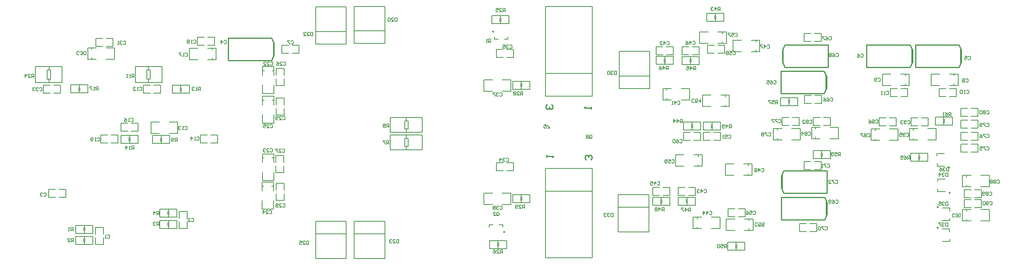
<source format=gbo>
G04 Layer_Color=32896*
%FSLAX25Y25*%
%MOIN*%
G70*
G01*
G75*
%ADD67C,0.00500*%
%ADD68C,0.00787*%
%ADD70C,0.00984*%
%ADD73C,0.01000*%
D67*
X460307Y146136D02*
X501307D01*
Y224636D01*
X460307D02*
X501307D01*
X460307Y146136D02*
Y224636D01*
Y166136D02*
X501307D01*
X460504Y62703D02*
X501504D01*
Y4203D02*
Y82703D01*
X460504Y4203D02*
X501504D01*
X460504D02*
Y82703D01*
X501504D01*
X638760Y28343D02*
Y29842D01*
Y36843D02*
Y38342D01*
X618760Y28343D02*
Y38342D01*
X642260Y28343D02*
Y38342D01*
X618760D02*
X626260D01*
X618760Y28343D02*
X626260D01*
X634760D02*
X642260D01*
X634760Y38342D02*
X642260D01*
X324346Y114480D02*
Y127480D01*
Y114480D02*
X352346D01*
X324346Y127480D02*
X352346D01*
Y114480D02*
Y127480D01*
X337008Y117480D02*
Y124480D01*
X340008Y117480D02*
Y124480D01*
X337008Y117480D02*
X340008D01*
X337008Y124480D02*
X340008D01*
X338508Y114480D02*
Y117480D01*
Y124480D02*
Y127480D01*
X23791Y161059D02*
Y169059D01*
X26791Y161059D02*
Y169059D01*
X23791Y161059D02*
X26791D01*
X13291Y172059D02*
X36791D01*
X13291Y158059D02*
X36791D01*
Y172059D01*
X13291Y158059D02*
Y172059D01*
X23791Y169059D02*
X26791D01*
X25291Y158059D02*
Y161059D01*
Y169059D02*
Y172059D01*
X220988Y142346D02*
X222488D01*
X212488D02*
X213988D01*
X212488Y122346D02*
X222488D01*
X212488Y145846D02*
X222488D01*
X212488Y122346D02*
Y129846D01*
X222488Y122346D02*
Y129846D01*
Y138346D02*
Y145846D01*
X212488Y138346D02*
Y145846D01*
X66008Y30890D02*
X73008D01*
X66008Y15890D02*
X73008D01*
Y24890D02*
Y30890D01*
X66008Y24890D02*
Y30890D01*
Y15890D02*
Y21890D01*
X73008Y15890D02*
Y21890D01*
X122485Y30161D02*
Y37161D01*
X137485Y30161D02*
Y37161D01*
X122485Y30161D02*
X137485D01*
X122485Y37161D02*
X137485D01*
X129985Y35161D02*
Y37161D01*
X129485Y35161D02*
X130485D01*
X129985Y30161D02*
Y32661D01*
X129485D02*
X130485D01*
Y35161D01*
X129485Y32661D02*
Y35161D01*
X164300Y188169D02*
X171800D01*
X164300Y178169D02*
X171800D01*
X148300D02*
X155800D01*
X148300Y188169D02*
X155800D01*
X171800Y178169D02*
Y188169D01*
X148300Y178169D02*
Y188169D01*
X168300Y186669D02*
Y188169D01*
Y178169D02*
Y179669D01*
X131186Y104574D02*
Y111574D01*
X116186Y104574D02*
Y111574D01*
X131186D01*
X116186Y104574D02*
X131186D01*
X123686D02*
Y106573D01*
X123186D02*
X124186D01*
X123686Y109073D02*
Y111574D01*
X123186Y109073D02*
X124186D01*
X123186Y106573D02*
Y109073D01*
X124186Y106573D02*
Y109073D01*
X148300Y148665D02*
Y155665D01*
X133300Y148665D02*
Y155665D01*
X148300D01*
X133300Y148665D02*
X148300D01*
X140800D02*
Y150665D01*
X140300D02*
X141300D01*
X140800Y153165D02*
Y155665D01*
X140300Y153165D02*
X141300D01*
X140300Y150665D02*
Y153165D01*
X141300Y150665D02*
Y153165D01*
X836340Y55451D02*
X842340D01*
X836340Y48451D02*
X842340D01*
X827340D02*
X833340D01*
X827340Y55451D02*
X833340D01*
X842340Y48451D02*
Y55451D01*
X827340Y48451D02*
Y55451D01*
X825840Y66538D02*
X833340D01*
X825840Y76538D02*
X833340D01*
X841840D02*
X849340D01*
X841840Y66538D02*
X849340D01*
X825840D02*
Y76538D01*
X849340Y66538D02*
Y76538D01*
X829340Y66538D02*
Y68038D01*
Y75038D02*
Y76538D01*
X824551Y96876D02*
X830551D01*
X824551Y103876D02*
X830551D01*
X833551D02*
X839551D01*
X833551Y96876D02*
X839551D01*
X824551D02*
Y103876D01*
X839551Y96876D02*
Y103876D01*
X824551Y107408D02*
X830551D01*
X824551Y114408D02*
X830551D01*
X833551D02*
X839551D01*
X833551Y107408D02*
X839551D01*
X824551D02*
Y114408D01*
X839551Y107408D02*
Y114408D01*
X824551Y117939D02*
X830551D01*
X824551Y124939D02*
X830551D01*
X833551D02*
X839551D01*
X833551Y117939D02*
X839551D01*
X824551D02*
Y124939D01*
X839551Y117939D02*
Y124939D01*
X824551Y128471D02*
X830551D01*
X824551Y135471D02*
X830551D01*
X833551D02*
X839551D01*
X833551Y128471D02*
X839551D01*
X824551D02*
Y135471D01*
X839551Y128471D02*
Y135471D01*
X581323Y116284D02*
Y123284D01*
X596323Y116284D02*
Y123284D01*
X581323Y116284D02*
X596323D01*
X581323Y123284D02*
X596323D01*
X588823Y121283D02*
Y123284D01*
X588323Y121283D02*
X589323D01*
X588823Y116284D02*
Y118783D01*
X588323D02*
X589323D01*
Y121283D01*
X588323Y118783D02*
Y121283D01*
X611457Y202335D02*
X618957D01*
X611457Y192335D02*
X618957D01*
X595457D02*
X602957D01*
X595457Y202335D02*
X602957D01*
X618957Y192335D02*
Y202335D01*
X595457Y192335D02*
Y202335D01*
X615457Y200835D02*
Y202335D01*
Y192335D02*
Y193835D01*
X20319Y148665D02*
X26319D01*
X20319Y155665D02*
X26319D01*
X29319D02*
X35319D01*
X29319Y148665D02*
X35319D01*
X20319D02*
Y155665D01*
X35319Y148665D02*
Y155665D01*
X158213Y105063D02*
X164213D01*
X158213Y112063D02*
X164213D01*
X167213D02*
X173213D01*
X167213Y105063D02*
X173213D01*
X158213D02*
Y112063D01*
X173213Y105063D02*
Y112063D01*
X75453Y196807D02*
X81453D01*
X75453Y189807D02*
X81453D01*
X66453D02*
X72453D01*
X66453Y196807D02*
X72453D01*
X81453Y189807D02*
Y196807D01*
X66453Y189807D02*
Y196807D01*
X155300Y190594D02*
Y197594D01*
X170300Y190594D02*
Y197594D01*
X155300D02*
X161300D01*
X155300Y190594D02*
X161300D01*
X164300D02*
X170300D01*
X164300Y197594D02*
X170300D01*
X795767Y120006D02*
Y127006D01*
X780767Y120006D02*
Y127006D01*
X789767Y120006D02*
X795767D01*
X789767Y127006D02*
X795767D01*
X780767D02*
X786767D01*
X780767Y120006D02*
X786767D01*
X767701D02*
Y127006D01*
X752701Y120006D02*
Y127006D01*
X761701Y120006D02*
X767701D01*
X761701Y127006D02*
X767701D01*
X752701D02*
X758701D01*
X752701Y120006D02*
X758701D01*
X682563Y120417D02*
Y127417D01*
X667563Y120417D02*
Y127417D01*
X676563Y120417D02*
X682563D01*
X676563Y127417D02*
X682563D01*
X667563D02*
X673563D01*
X667563Y120417D02*
X673563D01*
X62870Y186965D02*
Y188465D01*
Y178465D02*
Y179965D01*
X82870Y178465D02*
Y188465D01*
X59370Y178465D02*
Y188465D01*
X75370Y178465D02*
X82870D01*
X75370Y188465D02*
X82870D01*
X59370D02*
X66870D01*
X59370Y178465D02*
X66870D01*
X709925Y91480D02*
Y98480D01*
X694925Y91480D02*
Y98480D01*
X709925D01*
X694925Y91480D02*
X709925D01*
X702425D02*
Y93480D01*
X701925D02*
X702925D01*
X702425Y95980D02*
Y98480D01*
X701925Y95980D02*
X702925D01*
X701925Y93480D02*
Y95980D01*
X702925Y93480D02*
Y95980D01*
X259006Y3796D02*
X285778D01*
Y36296D01*
X259006D02*
X285778D01*
X259006Y3796D02*
Y36296D01*
X259006Y25296D02*
X285778D01*
X524220Y27045D02*
X550992D01*
Y59545D01*
X524220D02*
X550992D01*
X524220Y27045D02*
Y59545D01*
X524220Y48545D02*
X550992D01*
X259006Y224257D02*
X285778D01*
X259006Y191757D02*
Y224257D01*
X259006Y191757D02*
X285778D01*
X285778D02*
Y224257D01*
X259006Y202757D02*
X285778D01*
X292815Y3796D02*
X319587D01*
Y36296D01*
X292815D02*
X319587D01*
X292815Y3796D02*
Y36296D01*
X292815Y25296D02*
X319587D01*
X292815Y224749D02*
X319587D01*
X292815Y192249D02*
Y224749D01*
X292815Y192249D02*
X319587D01*
X319587D02*
Y224749D01*
X292815Y203249D02*
X319587D01*
X566791Y151335D02*
Y152835D01*
Y142835D02*
Y144335D01*
X586791Y142835D02*
Y152835D01*
X563291Y142835D02*
Y152835D01*
X579291Y142835D02*
X586791D01*
X579291Y152835D02*
X586791D01*
X563291D02*
X570791D01*
X563291Y142835D02*
X570791D01*
X593284Y38441D02*
Y39941D01*
Y29941D02*
Y31441D01*
X613283Y29941D02*
Y39941D01*
X589783Y29941D02*
Y39941D01*
X605784Y29941D02*
X613283D01*
X605784Y39941D02*
X613283D01*
X589783D02*
X597284D01*
X589783Y29941D02*
X597284D01*
X644610Y185158D02*
Y186658D01*
Y193658D02*
Y195158D01*
X624610Y185158D02*
Y195158D01*
X648110Y185158D02*
Y195158D01*
X624610D02*
X632110D01*
X624610Y185158D02*
X632110D01*
X640610D02*
X648110D01*
X640610Y195158D02*
X648110D01*
X637960Y76595D02*
Y78095D01*
Y85094D02*
Y86594D01*
X617961Y76595D02*
Y86594D01*
X641461Y76595D02*
Y86594D01*
X617961D02*
X625460D01*
X617961Y76595D02*
X625460D01*
X633960D02*
X641461D01*
X633960Y86594D02*
X641461D01*
X618036Y136929D02*
Y138429D01*
Y145429D02*
Y146929D01*
X598035Y136929D02*
Y146929D01*
X621535Y136929D02*
Y146929D01*
X598035D02*
X605536D01*
X598035Y136929D02*
X605536D01*
X614036D02*
X621535D01*
X614036Y146929D02*
X621535D01*
X594323Y84665D02*
Y86165D01*
Y93165D02*
Y94665D01*
X574323Y84665D02*
Y94665D01*
X597823Y84665D02*
Y94665D01*
X574323D02*
X581823D01*
X574323Y84665D02*
X581823D01*
X590323D02*
X597823D01*
X590323Y94665D02*
X597823D01*
X663637Y116197D02*
Y117697D01*
Y107697D02*
Y109197D01*
X683637Y107697D02*
Y117697D01*
X660137Y107697D02*
Y117697D01*
X676137Y107697D02*
X683637D01*
X676137Y117697D02*
X683637D01*
X660137D02*
X667637D01*
X660137Y107697D02*
X667637D01*
X697122Y117181D02*
Y118681D01*
Y108681D02*
Y110181D01*
X717122Y108681D02*
Y118681D01*
X693622Y108681D02*
Y118681D01*
X709622Y108681D02*
X717122D01*
X709622Y118681D02*
X717122D01*
X693622D02*
X701122D01*
X693622Y108681D02*
X701122D01*
X749267Y115786D02*
Y117286D01*
Y107286D02*
Y108786D01*
X769267Y107286D02*
Y117286D01*
X745767Y107286D02*
Y117286D01*
X761767Y107286D02*
X769267D01*
X761767Y117286D02*
X769267D01*
X745767D02*
X753267D01*
X745767Y107286D02*
X753267D01*
X782767Y116081D02*
Y117581D01*
Y107581D02*
Y109081D01*
X802767Y107581D02*
Y117581D01*
X779267Y107581D02*
Y117581D01*
X795267Y107581D02*
X802767D01*
X795267Y117581D02*
X802767D01*
X779267D02*
X786767D01*
X779267Y107581D02*
X786767D01*
X762583Y145632D02*
X768583D01*
X762583Y152632D02*
X768583D01*
X771583D02*
X777583D01*
X771583Y145632D02*
X777583D01*
X762583D02*
Y152632D01*
X777583Y145632D02*
Y152632D01*
X814528D02*
X820528D01*
X814528Y145632D02*
X820528D01*
X805528D02*
X811528D01*
X805528Y152632D02*
X811528D01*
X820528Y145632D02*
Y152632D01*
X805528Y145632D02*
Y152632D01*
X611449Y190598D02*
X617449D01*
X611449Y183598D02*
X617449D01*
X602449D02*
X608449D01*
X602449Y190598D02*
X608449D01*
X617449Y183598D02*
Y190598D01*
X602449Y183598D02*
Y190598D01*
X608795Y214059D02*
Y216559D01*
X609795Y214059D02*
Y216559D01*
X608795Y214059D02*
X609795D01*
X609295Y211559D02*
Y214059D01*
X608795Y216559D02*
X609795D01*
X609295D02*
Y218559D01*
X601795D02*
X616795D01*
X601795Y211559D02*
X616795D01*
Y218559D01*
X601795Y211559D02*
Y218559D01*
X579964Y182425D02*
X585964D01*
X579964Y189425D02*
X585964D01*
X588965D02*
X594965D01*
X588965Y182425D02*
X594965D01*
X579964D02*
Y189425D01*
X594965Y182425D02*
Y189425D01*
X586965Y176264D02*
Y178764D01*
X587964Y176264D02*
Y178764D01*
X586965Y176264D02*
X587964D01*
X587465Y173764D02*
Y176264D01*
X586965Y178764D02*
X587964D01*
X587465D02*
Y180764D01*
X579964D02*
X594965D01*
X579964Y173764D02*
X594965D01*
Y180764D01*
X579964Y173764D02*
Y180764D01*
X566465Y189425D02*
X572465D01*
X566465Y182425D02*
X572465D01*
X557465D02*
X563464D01*
X557465Y189425D02*
X563464D01*
X572465Y182425D02*
Y189425D01*
X557465Y182425D02*
Y189425D01*
X565464Y175862D02*
Y178362D01*
X564465Y175862D02*
Y178362D01*
X565464D01*
X564964D02*
Y180862D01*
X564465Y175862D02*
X565464D01*
X564964Y173862D02*
Y175862D01*
X557465Y173862D02*
X572465D01*
X557465Y180862D02*
X572465D01*
X557465Y173862D02*
Y180862D01*
X572465Y173862D02*
Y180862D01*
X606823Y118382D02*
Y120882D01*
X605823Y118382D02*
Y120882D01*
X606823D01*
X606323D02*
Y123382D01*
X605823Y118382D02*
X606823D01*
X606323Y116382D02*
Y118382D01*
X598823Y116382D02*
X613823D01*
X598823Y123382D02*
X613823D01*
X598823Y116382D02*
Y123382D01*
X613823Y116382D02*
Y123382D01*
X598823Y107228D02*
X604823D01*
X598823Y114228D02*
X604823D01*
X607823D02*
X613823D01*
X607823Y107228D02*
X613823D01*
X598823D02*
Y114228D01*
X613823Y107228D02*
Y114228D01*
X590323Y114228D02*
X596323D01*
X590323Y107228D02*
X596323D01*
X581323D02*
X587323D01*
X581323Y114228D02*
X587323D01*
X596323Y107228D02*
Y114228D01*
X581323Y107228D02*
Y114228D01*
X554315Y59098D02*
X560315D01*
X554315Y66098D02*
X560315D01*
X563315D02*
X569315D01*
X563315Y59098D02*
X569315D01*
X554315D02*
Y66098D01*
X569315Y59098D02*
Y66098D01*
X562315Y52437D02*
Y54937D01*
X561315Y52437D02*
Y54937D01*
X562315D01*
X561815D02*
Y57437D01*
X561315Y52437D02*
X562315D01*
X561815Y50437D02*
Y52437D01*
X554315Y50437D02*
X569315D01*
X554315Y57437D02*
X569315D01*
X554315Y50437D02*
Y57437D01*
X569315Y50437D02*
Y57437D01*
X583815Y52937D02*
Y55437D01*
X584815Y52937D02*
Y55437D01*
X583815Y52937D02*
X584815D01*
X584315Y50437D02*
Y52937D01*
X583815Y55437D02*
X584815D01*
X584315D02*
Y57437D01*
X576815D02*
X591815D01*
X576815Y50437D02*
X591815D01*
Y57437D01*
X576815Y50437D02*
Y57437D01*
X576815Y59098D02*
X582815D01*
X576815Y66098D02*
X582815D01*
X585815D02*
X591815D01*
X585815Y59098D02*
X591815D01*
X576815D02*
Y66098D01*
X591815Y59098D02*
Y66098D01*
X627898Y13067D02*
Y15567D01*
X626898Y13067D02*
Y15567D01*
X627898D01*
X627398D02*
Y18067D01*
X626898Y13067D02*
X627898D01*
X627398Y11067D02*
Y13067D01*
X619898Y11067D02*
X634898D01*
X619898Y18067D02*
X634898D01*
X619898Y11067D02*
Y18067D01*
X634898Y11067D02*
Y18067D01*
X620260Y40177D02*
X626260D01*
X620260Y47177D02*
X626260D01*
X629260D02*
X635260D01*
X629260Y40177D02*
X635260D01*
X620260D02*
Y47177D01*
X635260Y40177D02*
Y47177D01*
X687150Y194039D02*
X693150D01*
X687150Y201039D02*
X693150D01*
X696150D02*
X702150D01*
X696150Y194039D02*
X702150D01*
X687150D02*
Y201039D01*
X702150Y194039D02*
Y201039D01*
X687301Y139807D02*
X693301D01*
X687301Y146807D02*
X693301D01*
X696301D02*
X702301D01*
X696301Y139807D02*
X702301D01*
X687301D02*
Y146807D01*
X702301Y139807D02*
Y146807D01*
X687150Y81835D02*
X693150D01*
X687150Y88835D02*
X693150D01*
X696150D02*
X702150D01*
X696150Y81835D02*
X702150D01*
X687150D02*
Y88835D01*
X702150Y81835D02*
Y88835D01*
X683069Y27406D02*
X689069D01*
X683069Y34405D02*
X689069D01*
X692069D02*
X698069D01*
X692069Y27406D02*
X698069D01*
X683069D02*
Y34405D01*
X698069Y27406D02*
Y34405D01*
X673382Y140240D02*
Y142740D01*
X674382Y140240D02*
Y142740D01*
X673382Y140240D02*
X674382D01*
X673882Y137740D02*
Y140240D01*
X673382Y142740D02*
X674382D01*
X673882D02*
Y144740D01*
X666382D02*
X681382D01*
X666382Y137740D02*
X681382D01*
Y144740D01*
X666382Y137740D02*
Y144740D01*
X694925Y120417D02*
X700925D01*
X694925Y127417D02*
X700925D01*
X703925D02*
X709925D01*
X703925Y120417D02*
X709925D01*
X694925D02*
Y127417D01*
X709925Y120417D02*
Y127417D01*
X808984Y123114D02*
Y125614D01*
X809984Y123114D02*
Y125614D01*
X808984Y123114D02*
X809984D01*
X809484Y120614D02*
Y123114D01*
X808984Y125614D02*
X809984D01*
X809484D02*
Y127614D01*
X801984D02*
X816984D01*
X801984Y120614D02*
X816984D01*
Y127614D01*
X801984Y120614D02*
Y127614D01*
X788374Y91002D02*
Y93502D01*
X787374Y91002D02*
Y93502D01*
X788374D01*
X787874D02*
Y96002D01*
X787374Y91002D02*
X788374D01*
X787874Y89002D02*
Y91002D01*
X780374Y89002D02*
X795374D01*
X780374Y96002D02*
X795374D01*
X780374Y89002D02*
Y96002D01*
X795374Y89002D02*
Y96002D01*
X139462Y39161D02*
Y45161D01*
X146462Y39161D02*
Y45161D01*
Y30161D02*
Y36161D01*
X139462Y30161D02*
Y36161D01*
Y45161D02*
X146462D01*
X139462Y30161D02*
X146462D01*
X138087Y113406D02*
Y123406D01*
X114587Y113406D02*
Y123406D01*
X130587Y113406D02*
X138087D01*
X130587Y123406D02*
X138087D01*
X114587D02*
X122087D01*
X114587Y113406D02*
X122087D01*
X95430Y107073D02*
Y109573D01*
X96430Y107073D02*
Y109573D01*
X95430Y107073D02*
X96430D01*
X95930Y104574D02*
Y107073D01*
X95430Y109573D02*
X96430D01*
X95930D02*
Y111574D01*
X88430D02*
X103430D01*
X88430Y104574D02*
X103430D01*
Y111574D01*
X88430Y104574D02*
Y111574D01*
Y115201D02*
X94430D01*
X88430Y122201D02*
X94430D01*
X97430D02*
X103430D01*
X97430Y115201D02*
X103430D01*
X88430D02*
Y122201D01*
X103430Y115201D02*
Y122201D01*
X55756Y28232D02*
Y30732D01*
X56756Y28232D02*
Y30732D01*
X55756Y28232D02*
X56756D01*
X56256Y25732D02*
Y28232D01*
X55756Y30732D02*
X56756D01*
X56256D02*
Y32732D01*
X48756D02*
X63756D01*
X48756Y25732D02*
X63756D01*
Y32732D01*
X48756Y25732D02*
Y32732D01*
X55756Y18390D02*
Y20890D01*
X56756Y18390D02*
Y20890D01*
X55756Y18390D02*
X56756D01*
X56256Y15890D02*
Y18390D01*
X55756Y20890D02*
X56756D01*
X56256D02*
Y22890D01*
X48756D02*
X63756D01*
X48756Y15890D02*
X63756D01*
Y22890D01*
X48756Y15890D02*
Y22890D01*
X418236Y14945D02*
Y17445D01*
X419236Y14945D02*
Y17445D01*
X418236Y14945D02*
X419236D01*
X418736Y12445D02*
Y14945D01*
X418236Y17445D02*
X419236D01*
X418736D02*
Y19445D01*
X411236D02*
X426236D01*
X411236Y12445D02*
X426236D01*
Y19445D01*
X411236Y12445D02*
Y19445D01*
X438709Y55102D02*
Y57602D01*
X439709Y55102D02*
Y57602D01*
X438709Y55102D02*
X439709D01*
X439209Y52602D02*
Y55102D01*
X438709Y57602D02*
X439709D01*
X439209D02*
Y59602D01*
X431709D02*
X446709D01*
X431709Y52602D02*
X446709D01*
Y59602D01*
X431709Y52602D02*
Y59602D01*
X430016Y51102D02*
Y61102D01*
X406516Y51102D02*
Y61102D01*
X422516Y51102D02*
X430016D01*
X422516Y61102D02*
X430016D01*
X406516D02*
X414016D01*
X406516Y51102D02*
X414016D01*
X426339Y87555D02*
X432339D01*
X426339Y80555D02*
X432339D01*
X417339D02*
X423339D01*
X417339Y87555D02*
X423339D01*
X432339Y80555D02*
Y87555D01*
X417339Y80555D02*
Y87555D01*
X129485Y42504D02*
Y45004D01*
X130485Y42504D02*
Y45004D01*
X129485Y42504D02*
X130485D01*
X129985Y40004D02*
Y42504D01*
X129485Y45004D02*
X130485D01*
X129985D02*
Y47004D01*
X122485D02*
X137485D01*
X122485Y40004D02*
X137485D01*
Y47004D01*
X122485Y40004D02*
Y47004D01*
X406516Y150413D02*
X414016D01*
X406516Y160413D02*
X414016D01*
X422516D02*
X430016D01*
X422516Y150413D02*
X430016D01*
X406516D02*
Y160413D01*
X430016Y150413D02*
Y160413D01*
X431709Y152110D02*
Y159110D01*
X446709Y152110D02*
Y159110D01*
X431709Y152110D02*
X446709D01*
X431709Y159110D02*
X446709D01*
X439209Y157110D02*
Y159110D01*
X438709Y157110D02*
X439709D01*
X439209Y152110D02*
Y154610D01*
X438709D02*
X439709D01*
Y157110D01*
X438709Y154610D02*
Y157110D01*
X417339Y180063D02*
Y187063D01*
X432339Y180063D02*
Y187063D01*
X417339D02*
X423339D01*
X417339Y180063D02*
X423339D01*
X426339D02*
X432339D01*
X426339Y187063D02*
X432339D01*
X428402Y209787D02*
Y216787D01*
X413402Y209787D02*
Y216787D01*
X428402D01*
X413402Y209787D02*
X428402D01*
X420902D02*
Y211787D01*
X420402D02*
X421402D01*
X420902Y214287D02*
Y216787D01*
X420402Y214287D02*
X421402D01*
X420402Y211787D02*
Y214287D01*
X421402Y211787D02*
Y214287D01*
X107905Y148665D02*
X113906D01*
X107905Y155665D02*
X113906D01*
X116905D02*
X122906D01*
X116905Y148665D02*
X122906D01*
X107905D02*
Y155665D01*
X122906Y148665D02*
Y155665D01*
X52453Y150961D02*
Y153461D01*
X51453Y150961D02*
Y153461D01*
X52453D01*
X51953D02*
Y155961D01*
X51453Y150961D02*
X52453D01*
X51953Y148961D02*
Y150961D01*
X44453Y148961D02*
X59453D01*
X44453Y155961D02*
X59453D01*
X44453Y148961D02*
Y155961D01*
X59453Y148961D02*
Y155961D01*
X229275Y183803D02*
Y190803D01*
X244275Y183803D02*
Y190803D01*
X229275D02*
X235275D01*
X229275Y183803D02*
X235275D01*
X238275D02*
X244275D01*
X238275Y190803D02*
X244275D01*
X212488Y164429D02*
Y171929D01*
X222488Y164429D02*
Y171929D01*
Y148429D02*
Y155929D01*
X212488Y148429D02*
Y155929D01*
Y171929D02*
X222488D01*
X212488Y148429D02*
X222488D01*
X212488Y168429D02*
X213988D01*
X220988D02*
X222488D01*
X231354Y129346D02*
Y135346D01*
X224354Y129346D02*
Y135346D01*
Y138346D02*
Y144346D01*
X231354Y138346D02*
Y144346D01*
X224354Y129346D02*
X231354D01*
X224354Y144346D02*
X231354D01*
X224158Y93953D02*
X231157D01*
X224158Y78953D02*
X231157D01*
Y87953D02*
Y93953D01*
X224158Y87953D02*
Y93953D01*
Y78953D02*
Y84953D01*
X231157Y78953D02*
Y84953D01*
X212028Y63150D02*
Y70650D01*
X222028Y63150D02*
Y70650D01*
Y47150D02*
Y54650D01*
X212028Y47150D02*
Y54650D01*
Y70650D02*
X222028D01*
X212028Y47150D02*
X222028D01*
X212028Y67150D02*
X213528D01*
X220528D02*
X222028D01*
X231256Y54543D02*
Y60543D01*
X224256Y54543D02*
Y60543D01*
Y63543D02*
Y69543D01*
X231256Y63543D02*
Y69543D01*
X224256Y54543D02*
X231256D01*
X224256Y69543D02*
X231256D01*
X70713Y104866D02*
X76713D01*
X70713Y111866D02*
X76713D01*
X79713D02*
X85713D01*
X79713Y104866D02*
X85713D01*
X70713D02*
Y111866D01*
X85713Y104866D02*
Y111866D01*
X525007Y163771D02*
X551779D01*
X551779Y152771D02*
Y185271D01*
X525007Y152771D02*
X551779D01*
X525007D02*
Y185271D01*
X551779D01*
X40031Y57228D02*
Y64228D01*
X25031Y57228D02*
Y64228D01*
X34031Y57228D02*
X40031D01*
X34031Y64228D02*
X40031D01*
X25031D02*
X31031D01*
X25031Y57228D02*
X31031D01*
X212291Y87953D02*
Y95453D01*
X222291Y87953D02*
Y95453D01*
Y71953D02*
Y79453D01*
X212291Y71953D02*
Y79453D01*
Y95453D02*
X222291D01*
X212291Y71953D02*
X222291D01*
X212291Y91953D02*
X213791D01*
X220791D02*
X222291D01*
X231354Y155358D02*
Y161358D01*
X224354Y155358D02*
Y161358D01*
Y164358D02*
Y170358D01*
X231354Y164358D02*
Y170358D01*
X224354Y155358D02*
X231354D01*
X224354Y170358D02*
X231354D01*
X842340Y57113D02*
Y64113D01*
X827340Y57113D02*
Y64113D01*
X836340Y57113D02*
X842340D01*
X836340Y64113D02*
X842340D01*
X827340D02*
X833340D01*
X827340Y57113D02*
X833340D01*
X829340Y45313D02*
Y46813D01*
Y36813D02*
Y38313D01*
X849340Y36813D02*
Y46813D01*
X825840Y36813D02*
Y46813D01*
X841840Y36813D02*
X849340D01*
X841840Y46813D02*
X849340D01*
X825840D02*
X833340D01*
X825840Y36813D02*
X833340D01*
X338508Y109012D02*
Y112012D01*
Y99012D02*
Y102012D01*
X337008Y109012D02*
X340008D01*
X337008Y102012D02*
X340008D01*
Y109012D01*
X337008Y102012D02*
Y109012D01*
X352346Y99012D02*
Y112012D01*
X324346D02*
X352346D01*
X324346Y99012D02*
X352346D01*
X324346D02*
Y112012D01*
X113906Y161158D02*
Y169158D01*
X110906Y161158D02*
Y169158D01*
X113906D01*
X100906Y158158D02*
X124406D01*
X100906Y172158D02*
X124406D01*
X100906Y158158D02*
Y172158D01*
X124406Y158158D02*
Y172158D01*
X110906Y161158D02*
X113906D01*
X112406Y169158D02*
Y172158D01*
Y158158D02*
Y161158D01*
X818429Y155416D02*
Y156916D01*
Y163916D02*
Y165416D01*
X798429Y155416D02*
Y165416D01*
X821929Y155416D02*
Y165416D01*
X798429D02*
X805929D01*
X798429Y155416D02*
X805929D01*
X814429D02*
X821929D01*
X814429Y165416D02*
X821929D01*
X775583Y155416D02*
Y156916D01*
Y163916D02*
Y165416D01*
X755583Y155416D02*
Y165416D01*
X779083Y155416D02*
Y165416D01*
X755583D02*
X763083D01*
X755583Y155416D02*
X763083D01*
X771583D02*
X779083D01*
X771583Y165416D02*
X779083D01*
X812943Y35027D02*
Y32028D01*
X811444D01*
X810944Y32528D01*
Y34528D01*
X811444Y35027D01*
X812943D01*
X809944Y34528D02*
X809444Y35027D01*
X808445D01*
X807945Y34528D01*
Y34028D01*
X808445Y33528D01*
X808945D01*
X808445D01*
X807945Y33028D01*
Y32528D01*
X808445Y32028D01*
X809444D01*
X809944Y32528D01*
X806945Y35027D02*
X804946D01*
Y34528D01*
X806945Y32528D01*
Y32028D01*
X813780Y83412D02*
Y80413D01*
X812280D01*
X811780Y80913D01*
Y82913D01*
X812280Y83412D01*
X813780D01*
X810781Y82913D02*
X810281Y83412D01*
X809281D01*
X808781Y82913D01*
Y82413D01*
X809281Y81913D01*
X809781D01*
X809281D01*
X808781Y81413D01*
Y80913D01*
X809281Y80413D01*
X810281D01*
X810781Y80913D01*
X805782Y83412D02*
X806782Y82913D01*
X807782Y81913D01*
Y80913D01*
X807282Y80413D01*
X806282D01*
X805782Y80913D01*
Y81413D01*
X806282Y81913D01*
X807782D01*
X646094Y32540D02*
X645594Y32040D01*
X644594D01*
X644095Y32540D01*
Y34539D01*
X644594Y35039D01*
X645594D01*
X646094Y34539D01*
X649093Y32040D02*
X647093D01*
Y33540D01*
X648093Y33040D01*
X648593D01*
X649093Y33540D01*
Y34539D01*
X648593Y35039D01*
X647593D01*
X647093Y34539D01*
X652092Y32040D02*
X650093D01*
Y33540D01*
X651092Y33040D01*
X651592D01*
X652092Y33540D01*
Y34539D01*
X651592Y35039D01*
X650592D01*
X650093Y34539D01*
X76465Y23956D02*
X76965Y24456D01*
X77965D01*
X78465Y23956D01*
Y21957D01*
X77965Y21457D01*
X76965D01*
X76465Y21957D01*
X75466Y21457D02*
X74466D01*
X74966D01*
Y24456D01*
X75466Y23956D01*
X121654Y32677D02*
Y35676D01*
X120155D01*
X119655Y35176D01*
Y34177D01*
X120155Y33677D01*
X121654D01*
X120655D02*
X119655Y32677D01*
X118655Y35176D02*
X118156Y35676D01*
X117156D01*
X116656Y35176D01*
Y34676D01*
X117156Y34177D01*
X117656D01*
X117156D01*
X116656Y33677D01*
Y33177D01*
X117156Y32677D01*
X118156D01*
X118655Y33177D01*
X522638Y167960D02*
Y164961D01*
X521138D01*
X520639Y165461D01*
Y167460D01*
X521138Y167960D01*
X522638D01*
X519639Y167460D02*
X519139Y167960D01*
X518139D01*
X517639Y167460D01*
Y166960D01*
X518139Y166460D01*
X518639D01*
X518139D01*
X517639Y165960D01*
Y165461D01*
X518139Y164961D01*
X519139D01*
X519639Y165461D01*
X516640Y167460D02*
X516140Y167960D01*
X515140D01*
X514640Y167460D01*
Y165461D01*
X515140Y164961D01*
X516140D01*
X516640Y165461D01*
Y167460D01*
X67587Y109094D02*
X68087Y109593D01*
X69087D01*
X69587Y109094D01*
Y107094D01*
X69087Y106595D01*
X68087D01*
X67587Y107094D01*
X66588Y106595D02*
X65588D01*
X66088D01*
Y109593D01*
X66588Y109094D01*
X64088Y107094D02*
X63589Y106595D01*
X62589D01*
X62089Y107094D01*
Y109094D01*
X62589Y109593D01*
X63589D01*
X64088Y109094D01*
Y108594D01*
X63589Y108094D01*
X62089D01*
X230087Y127696D02*
X230587Y128196D01*
X231587D01*
X232087Y127696D01*
Y125697D01*
X231587Y125197D01*
X230587D01*
X230087Y125697D01*
X227088Y125197D02*
X229088D01*
X227088Y127196D01*
Y127696D01*
X227588Y128196D01*
X228588D01*
X229088Y127696D01*
X226089Y125697D02*
X225589Y125197D01*
X224589D01*
X224089Y125697D01*
Y127696D01*
X224589Y128196D01*
X225589D01*
X226089Y127696D01*
Y127196D01*
X225589Y126696D01*
X224089D01*
X230087Y51291D02*
X230587Y51790D01*
X231587D01*
X232087Y51291D01*
Y49291D01*
X231587Y48791D01*
X230587D01*
X230087Y49291D01*
X227088Y48791D02*
X229088D01*
X227088Y50791D01*
Y51291D01*
X227588Y51790D01*
X228588D01*
X229088Y51291D01*
X226089D02*
X225589Y51790D01*
X224589D01*
X224089Y51291D01*
Y50791D01*
X224589Y50291D01*
X224089Y49791D01*
Y49291D01*
X224589Y48791D01*
X225589D01*
X226089Y49291D01*
Y49791D01*
X225589Y50291D01*
X226089Y50791D01*
Y51291D01*
X225589Y50291D02*
X224589D01*
X229792Y99251D02*
X230292Y99751D01*
X231292D01*
X231791Y99251D01*
Y97252D01*
X231292Y96752D01*
X230292D01*
X229792Y97252D01*
X226793Y96752D02*
X228792D01*
X226793Y98751D01*
Y99251D01*
X227293Y99751D01*
X228292D01*
X228792Y99251D01*
X225793Y99751D02*
X223794D01*
Y99251D01*
X225793Y97252D01*
Y96752D01*
X230579Y175531D02*
X231079Y176031D01*
X232079D01*
X232579Y175531D01*
Y173531D01*
X232079Y173031D01*
X231079D01*
X230579Y173531D01*
X227580Y173031D02*
X229580D01*
X227580Y175031D01*
Y175531D01*
X228080Y176031D01*
X229080D01*
X229580Y175531D01*
X224581Y176031D02*
X225581Y175531D01*
X226581Y174531D01*
Y173531D01*
X226081Y173031D01*
X225081D01*
X224581Y173531D01*
Y174031D01*
X225081Y174531D01*
X226581D01*
X219162Y120708D02*
X219662Y121208D01*
X220662D01*
X221161Y120708D01*
Y118709D01*
X220662Y118209D01*
X219662D01*
X219162Y118709D01*
X216163Y118209D02*
X218162D01*
X216163Y120208D01*
Y120708D01*
X216663Y121208D01*
X217663D01*
X218162Y120708D01*
X213164Y121208D02*
X215163D01*
Y119708D01*
X214164Y120208D01*
X213664D01*
X213164Y119708D01*
Y118709D01*
X213664Y118209D01*
X214664D01*
X215163Y118709D01*
X218505Y45413D02*
X219004Y45913D01*
X220004D01*
X220504Y45413D01*
Y43413D01*
X220004Y42913D01*
X219004D01*
X218505Y43413D01*
X215506Y42913D02*
X217505D01*
X215506Y44913D01*
Y45413D01*
X216005Y45913D01*
X217005D01*
X217505Y45413D01*
X213006Y42913D02*
Y45913D01*
X214506Y44413D01*
X212507D01*
X219064Y99546D02*
X219564Y100046D01*
X220563D01*
X221063Y99546D01*
Y97547D01*
X220563Y97047D01*
X219564D01*
X219064Y97547D01*
X216065Y97047D02*
X218064D01*
X216065Y99047D01*
Y99546D01*
X216564Y100046D01*
X217564D01*
X218064Y99546D01*
X215065D02*
X214565Y100046D01*
X213565D01*
X213066Y99546D01*
Y99047D01*
X213565Y98547D01*
X214065D01*
X213565D01*
X213066Y98047D01*
Y97547D01*
X213565Y97047D01*
X214565D01*
X215065Y97547D01*
X219556Y175629D02*
X220056Y176129D01*
X221055D01*
X221555Y175629D01*
Y173630D01*
X221055Y173130D01*
X220056D01*
X219556Y173630D01*
X216557Y173130D02*
X218556D01*
X216557Y175129D01*
Y175629D01*
X217057Y176129D01*
X218056D01*
X218556Y175629D01*
X213558Y173130D02*
X215557D01*
X213558Y175129D01*
Y175629D01*
X214057Y176129D01*
X215057D01*
X215557Y175629D01*
X12008Y162500D02*
Y165499D01*
X10508D01*
X10008Y164999D01*
Y163999D01*
X10508Y163500D01*
X12008D01*
X11008D02*
X10008Y162500D01*
X7010D02*
X9009D01*
X7010Y164499D01*
Y164999D01*
X7509Y165499D01*
X8509D01*
X9009Y164999D01*
X4510Y162500D02*
Y165499D01*
X6010Y163999D01*
X4011D01*
X68405Y151181D02*
Y154180D01*
X66906D01*
X66406Y153680D01*
Y152681D01*
X66906Y152181D01*
X68405D01*
X67406D02*
X66406Y151181D01*
X65407D02*
X64407D01*
X64907D01*
Y154180D01*
X65407Y153680D01*
X62907Y154180D02*
X60908D01*
Y153680D01*
X62907Y151681D01*
Y151181D01*
X158158Y150984D02*
Y153983D01*
X156658D01*
X156159Y153483D01*
Y152484D01*
X156658Y151984D01*
X158158D01*
X157158D02*
X156159Y150984D01*
X155159D02*
X154159D01*
X154659D01*
Y153983D01*
X155159Y153483D01*
X152660D02*
X152160Y153983D01*
X151160D01*
X150661Y153483D01*
Y152984D01*
X151160Y152484D01*
X151660D01*
X151160D01*
X150661Y151984D01*
Y151484D01*
X151160Y150984D01*
X152160D01*
X152660Y151484D01*
X99803Y162402D02*
Y165401D01*
X98304D01*
X97804Y164901D01*
Y163901D01*
X98304Y163401D01*
X99803D01*
X98804D02*
X97804Y162402D01*
X96804D02*
X95804D01*
X96304D01*
Y165401D01*
X96804Y164901D01*
X94305Y162402D02*
X93305D01*
X93805D01*
Y165401D01*
X94305Y164901D01*
X104595Y153385D02*
X105095Y153885D01*
X106095D01*
X106595Y153385D01*
Y151386D01*
X106095Y150886D01*
X105095D01*
X104595Y151386D01*
X103595Y150886D02*
X102596D01*
X103096D01*
Y153885D01*
X103595Y153385D01*
X99097Y150886D02*
X101096D01*
X99097Y152885D01*
Y153385D01*
X99597Y153885D01*
X100596D01*
X101096Y153385D01*
X417875Y41732D02*
Y43731D01*
X418374Y44231D01*
X419374D01*
X419874Y43731D01*
Y41732D01*
X419374Y41232D01*
X418374D01*
X418874Y42232D02*
X417875Y41232D01*
X418374D02*
X417875Y41732D01*
X414876Y41232D02*
X416875D01*
X414876Y43232D01*
Y43731D01*
X415376Y44231D01*
X416375D01*
X416875Y43731D01*
X410501Y193807D02*
Y195806D01*
X411000Y196306D01*
X412000D01*
X412500Y195806D01*
Y193807D01*
X412000Y193307D01*
X411000D01*
X411500Y194307D02*
X410501Y193307D01*
X411000D02*
X410501Y193807D01*
X409501Y193307D02*
X408501D01*
X409001D01*
Y196306D01*
X409501Y195806D01*
X121654Y42126D02*
Y45125D01*
X120155D01*
X119655Y44625D01*
Y43626D01*
X120155Y43126D01*
X121654D01*
X120655D02*
X119655Y42126D01*
X117156D02*
Y45125D01*
X118655Y43626D01*
X116656D01*
X440453Y146949D02*
Y149948D01*
X438953D01*
X438453Y149448D01*
Y148448D01*
X438953Y147949D01*
X440453D01*
X439453D02*
X438453Y146949D01*
X435454D02*
X437454D01*
X435454Y148948D01*
Y149448D01*
X435954Y149948D01*
X436954D01*
X437454Y149448D01*
X434455D02*
X433955Y149948D01*
X432955D01*
X432455Y149448D01*
Y148948D01*
X432955Y148448D01*
X432455Y147949D01*
Y147449D01*
X432955Y146949D01*
X433955D01*
X434455Y147449D01*
Y147949D01*
X433955Y148448D01*
X434455Y148948D01*
Y149448D01*
X433955Y148448D02*
X432955D01*
X442126Y47638D02*
Y50637D01*
X440626D01*
X440127Y50137D01*
Y49137D01*
X440626Y48638D01*
X442126D01*
X441126D02*
X440127Y47638D01*
X437128D02*
X439127D01*
X437128Y49637D01*
Y50137D01*
X437627Y50637D01*
X438627D01*
X439127Y50137D01*
X436128Y48138D02*
X435628Y47638D01*
X434628D01*
X434129Y48138D01*
Y50137D01*
X434628Y50637D01*
X435628D01*
X436128Y50137D01*
Y49637D01*
X435628Y49137D01*
X434129D01*
X429005Y190491D02*
X429504Y190991D01*
X430504D01*
X431004Y190491D01*
Y188492D01*
X430504Y187992D01*
X429504D01*
X429005Y188492D01*
X428005Y190491D02*
X427505Y190991D01*
X426505D01*
X426006Y190491D01*
Y189991D01*
X426505Y189492D01*
X427005D01*
X426505D01*
X426006Y188992D01*
Y188492D01*
X426505Y187992D01*
X427505D01*
X428005Y188492D01*
X423006Y190991D02*
X425006D01*
Y189492D01*
X424006Y189991D01*
X423506D01*
X423006Y189492D01*
Y188492D01*
X423506Y187992D01*
X424506D01*
X425006Y188492D01*
X425953Y91180D02*
X426453Y91680D01*
X427453D01*
X427953Y91180D01*
Y89181D01*
X427453Y88681D01*
X426453D01*
X425953Y89181D01*
X424954Y91180D02*
X424454Y91680D01*
X423454D01*
X422954Y91180D01*
Y90680D01*
X423454Y90181D01*
X423954D01*
X423454D01*
X422954Y89681D01*
Y89181D01*
X423454Y88681D01*
X424454D01*
X424954Y89181D01*
X420455Y88681D02*
Y91680D01*
X421955Y90181D01*
X419955D01*
X422835Y8465D02*
Y11464D01*
X421335D01*
X420835Y10964D01*
Y9964D01*
X421335Y9464D01*
X422835D01*
X421835D02*
X420835Y8465D01*
X417836D02*
X419836D01*
X417836Y10464D01*
Y10964D01*
X418336Y11464D01*
X419336D01*
X419836Y10964D01*
X414837Y11464D02*
X415837Y10964D01*
X416837Y9964D01*
Y8964D01*
X416337Y8465D01*
X415337D01*
X414837Y8964D01*
Y9464D01*
X415337Y9964D01*
X416837D01*
X420245Y148661D02*
X420745Y149160D01*
X421744D01*
X422244Y148661D01*
Y146661D01*
X421744Y146161D01*
X420745D01*
X420245Y146661D01*
X419245Y148661D02*
X418745Y149160D01*
X417746D01*
X417246Y148661D01*
Y148161D01*
X417746Y147661D01*
X418245D01*
X417746D01*
X417246Y147161D01*
Y146661D01*
X417746Y146161D01*
X418745D01*
X419245Y146661D01*
X416246Y149160D02*
X414247D01*
Y148661D01*
X416246Y146661D01*
Y146161D01*
X420540Y49251D02*
X421040Y49751D01*
X422040D01*
X422539Y49251D01*
Y47252D01*
X422040Y46752D01*
X421040D01*
X420540Y47252D01*
X419540Y49251D02*
X419040Y49751D01*
X418041D01*
X417541Y49251D01*
Y48751D01*
X418041Y48252D01*
X418541D01*
X418041D01*
X417541Y47752D01*
Y47252D01*
X418041Y46752D01*
X419040D01*
X419540Y47252D01*
X416541Y49251D02*
X416042Y49751D01*
X415042D01*
X414542Y49251D01*
Y48751D01*
X415042Y48252D01*
X414542Y47752D01*
Y47252D01*
X415042Y46752D01*
X416042D01*
X416541Y47252D01*
Y47752D01*
X416042Y48252D01*
X416541Y48751D01*
Y49251D01*
X416042Y48252D02*
X415042D01*
X424902Y220079D02*
Y223078D01*
X423402D01*
X422902Y222578D01*
Y221578D01*
X423402Y221078D01*
X424902D01*
X423902D02*
X422902Y220079D01*
X419903D02*
X421903D01*
X419903Y222078D01*
Y222578D01*
X420403Y223078D01*
X421403D01*
X421903Y222578D01*
X416904Y223078D02*
X418903D01*
Y221578D01*
X417904Y222078D01*
X417404D01*
X416904Y221578D01*
Y220579D01*
X417404Y220079D01*
X418404D01*
X418903Y220579D01*
X99705Y99410D02*
Y102409D01*
X98205D01*
X97705Y101909D01*
Y100909D01*
X98205Y100409D01*
X99705D01*
X98705D02*
X97705Y99410D01*
X96706D02*
X95706D01*
X96206D01*
Y102409D01*
X96706Y101909D01*
X92707Y99410D02*
Y102409D01*
X94207Y100909D01*
X92207D01*
X137795Y106299D02*
Y109298D01*
X136296D01*
X135796Y108798D01*
Y107799D01*
X136296Y107299D01*
X137795D01*
X136796D02*
X135796Y106299D01*
X134796Y106799D02*
X134296Y106299D01*
X133297D01*
X132797Y106799D01*
Y108798D01*
X133297Y109298D01*
X134296D01*
X134796Y108798D01*
Y108299D01*
X134296Y107799D01*
X132797D01*
X46742Y18209D02*
Y21208D01*
X45243D01*
X44743Y20708D01*
Y19708D01*
X45243Y19208D01*
X46742D01*
X45743D02*
X44743Y18209D01*
X41744D02*
X43743D01*
X41744Y20208D01*
Y20708D01*
X42244Y21208D01*
X43244D01*
X43743Y20708D01*
X46358Y28150D02*
Y31149D01*
X44859D01*
X44359Y30649D01*
Y29649D01*
X44859Y29149D01*
X46358D01*
X45359D02*
X44359Y28150D01*
X43359D02*
X42360D01*
X42859D01*
Y31149D01*
X43359Y30649D01*
X97016Y126318D02*
X97516Y126818D01*
X98516D01*
X99016Y126318D01*
Y124319D01*
X98516Y123819D01*
X97516D01*
X97016Y124319D01*
X96017Y123819D02*
X95017D01*
X95517D01*
Y126818D01*
X96017Y126318D01*
X91518Y126818D02*
X92518Y126318D01*
X93518Y125318D01*
Y124319D01*
X93018Y123819D01*
X92018D01*
X91518Y124319D01*
Y124819D01*
X92018Y125318D01*
X93518D01*
X144358Y119035D02*
X144858Y119535D01*
X145857D01*
X146357Y119035D01*
Y117035D01*
X145857Y116535D01*
X144858D01*
X144358Y117035D01*
X143358Y116535D02*
X142358D01*
X142858D01*
Y119535D01*
X143358Y119035D01*
X140859D02*
X140359Y119535D01*
X139359D01*
X138859Y119035D01*
Y118535D01*
X139359Y118035D01*
X139859D01*
X139359D01*
X138859Y117535D01*
Y117035D01*
X139359Y116535D01*
X140359D01*
X140859Y117035D01*
X237496Y194035D02*
X237996Y194534D01*
X238996D01*
X239496Y194035D01*
Y192035D01*
X238996Y191535D01*
X237996D01*
X237496Y192035D01*
X236497Y194534D02*
X234497D01*
Y194035D01*
X236497Y192035D01*
Y191535D01*
X178611Y194428D02*
X179111Y194928D01*
X180110D01*
X180610Y194428D01*
Y192429D01*
X180110Y191929D01*
X179111D01*
X178611Y192429D01*
X176112Y191929D02*
Y194928D01*
X177611Y193429D01*
X175612D01*
X150214Y38621D02*
X150714Y39121D01*
X151714D01*
X152214Y38621D01*
Y36622D01*
X151714Y36122D01*
X150714D01*
X150214Y36622D01*
X147215Y36122D02*
X149215D01*
X147215Y38121D01*
Y38621D01*
X147715Y39121D01*
X148715D01*
X149215Y38621D01*
X660402Y159192D02*
X660902Y159692D01*
X661902D01*
X662402Y159192D01*
Y157193D01*
X661902Y156693D01*
X660902D01*
X660402Y157193D01*
X657403Y159692D02*
X658403Y159192D01*
X659403Y158192D01*
Y157193D01*
X658903Y156693D01*
X657903D01*
X657403Y157193D01*
Y157693D01*
X657903Y158192D01*
X659403D01*
X654404Y159692D02*
X656403D01*
Y158192D01*
X655404Y158692D01*
X654904D01*
X654404Y158192D01*
Y157193D01*
X654904Y156693D01*
X655904D01*
X656403Y157193D01*
X710123Y144035D02*
X710623Y144535D01*
X711622D01*
X712122Y144035D01*
Y142035D01*
X711622Y141535D01*
X710623D01*
X710123Y142035D01*
X707124Y144535D02*
X708123Y144035D01*
X709123Y143035D01*
Y142035D01*
X708623Y141535D01*
X707623D01*
X707124Y142035D01*
Y142535D01*
X707623Y143035D01*
X709123D01*
X704125Y144535D02*
X705124Y144035D01*
X706124Y143035D01*
Y142035D01*
X705624Y141535D01*
X704625D01*
X704125Y142035D01*
Y142535D01*
X704625Y143035D01*
X706124D01*
X708926Y197775D02*
X709426Y198275D01*
X710425D01*
X710925Y197775D01*
Y195775D01*
X710425Y195276D01*
X709426D01*
X708926Y195775D01*
X705927Y198275D02*
X706926Y197775D01*
X707926Y196775D01*
Y195775D01*
X707426Y195276D01*
X706427D01*
X705927Y195775D01*
Y196275D01*
X706427Y196775D01*
X707926D01*
X704927Y198275D02*
X702928D01*
Y197775D01*
X704927Y195775D01*
Y195276D01*
X714930Y183109D02*
X715430Y183609D01*
X716429D01*
X716929Y183109D01*
Y181110D01*
X716429Y180610D01*
X715430D01*
X714930Y181110D01*
X711931Y183609D02*
X712930Y183109D01*
X713930Y182110D01*
Y181110D01*
X713430Y180610D01*
X712431D01*
X711931Y181110D01*
Y181610D01*
X712431Y182110D01*
X713930D01*
X710931Y183109D02*
X710431Y183609D01*
X709432D01*
X708932Y183109D01*
Y182610D01*
X709432Y182110D01*
X708932Y181610D01*
Y181110D01*
X709432Y180610D01*
X710431D01*
X710931Y181110D01*
Y181610D01*
X710431Y182110D01*
X710931Y182610D01*
Y183109D01*
X710431Y182110D02*
X709432D01*
X714635Y54664D02*
X715134Y55164D01*
X716134D01*
X716634Y54664D01*
Y52665D01*
X716134Y52165D01*
X715134D01*
X714635Y52665D01*
X711635Y55164D02*
X712635Y54664D01*
X713635Y53665D01*
Y52665D01*
X713135Y52165D01*
X712135D01*
X711635Y52665D01*
Y53165D01*
X712135Y53665D01*
X713635D01*
X710636Y52665D02*
X710136Y52165D01*
X709136D01*
X708636Y52665D01*
Y54664D01*
X709136Y55164D01*
X710136D01*
X710636Y54664D01*
Y54165D01*
X710136Y53665D01*
X708636D01*
X705284Y31043D02*
X705784Y31542D01*
X706784D01*
X707283Y31043D01*
Y29043D01*
X706784Y28543D01*
X705784D01*
X705284Y29043D01*
X704284Y31542D02*
X702285D01*
Y31043D01*
X704284Y29043D01*
Y28543D01*
X701285Y31043D02*
X700786Y31542D01*
X699786D01*
X699286Y31043D01*
Y29043D01*
X699786Y28543D01*
X700786D01*
X701285Y29043D01*
Y31043D01*
X707495Y86161D02*
X707995Y86660D01*
X708994D01*
X709494Y86161D01*
Y84161D01*
X708994Y83661D01*
X707995D01*
X707495Y84161D01*
X706495Y86660D02*
X704496D01*
Y86161D01*
X706495Y84161D01*
Y83661D01*
X703496D02*
X702496D01*
X702996D01*
Y86660D01*
X703496Y86161D01*
X714536Y71987D02*
X715036Y72487D01*
X716036D01*
X716535Y71987D01*
Y69988D01*
X716036Y69488D01*
X715036D01*
X714536Y69988D01*
X713536Y72487D02*
X711537D01*
Y71987D01*
X713536Y69988D01*
Y69488D01*
X708538D02*
X710537D01*
X708538Y71487D01*
Y71987D01*
X709038Y72487D01*
X710038D01*
X710537Y71987D01*
X663878Y139370D02*
Y142369D01*
X662378D01*
X661879Y141869D01*
Y140870D01*
X662378Y140370D01*
X663878D01*
X662878D02*
X661879Y139370D01*
X658880Y142369D02*
X660879D01*
Y140870D01*
X659879Y141369D01*
X659379D01*
X658880Y140870D01*
Y139870D01*
X659379Y139370D01*
X660379D01*
X660879Y139870D01*
X657880Y142369D02*
X655880D01*
Y141869D01*
X657880Y139870D01*
Y139370D01*
X330315Y214712D02*
Y211713D01*
X328815D01*
X328316Y212212D01*
Y214212D01*
X328815Y214712D01*
X330315D01*
X325317Y211713D02*
X327316D01*
X325317Y213712D01*
Y214212D01*
X325816Y214712D01*
X326816D01*
X327316Y214212D01*
X324317D02*
X323817Y214712D01*
X322817D01*
X322318Y214212D01*
Y212212D01*
X322817Y211713D01*
X323817D01*
X324317Y212212D01*
Y214212D01*
X331791Y20420D02*
Y17421D01*
X330292D01*
X329792Y17921D01*
Y19920D01*
X330292Y20420D01*
X331791D01*
X326793Y17421D02*
X328792D01*
X326793Y19421D01*
Y19920D01*
X327293Y20420D01*
X328292D01*
X328792Y19920D01*
X325793D02*
X325293Y20420D01*
X324294D01*
X323794Y19920D01*
Y19421D01*
X324294Y18921D01*
X324794D01*
X324294D01*
X323794Y18421D01*
Y17921D01*
X324294Y17421D01*
X325293D01*
X325793Y17921D01*
X566603Y193346D02*
X567103Y193845D01*
X568103D01*
X568602Y193346D01*
Y191346D01*
X568103Y190847D01*
X567103D01*
X566603Y191346D01*
X564104Y190847D02*
Y193845D01*
X565603Y192346D01*
X563604D01*
X560605Y190847D02*
X562604D01*
X560605Y192846D01*
Y193346D01*
X561105Y193845D01*
X562105D01*
X562604Y193346D01*
X558434Y70511D02*
X558934Y71011D01*
X559933D01*
X560433Y70511D01*
Y68512D01*
X559933Y68012D01*
X558934D01*
X558434Y68512D01*
X555934Y68012D02*
Y71011D01*
X557434Y69511D01*
X555435D01*
X552436Y71011D02*
X554435D01*
Y69511D01*
X553435Y70011D01*
X552936D01*
X552436Y69511D01*
Y68512D01*
X552936Y68012D01*
X553935D01*
X554435Y68512D01*
X589241Y193838D02*
X589741Y194338D01*
X590740D01*
X591240Y193838D01*
Y191838D01*
X590740Y191339D01*
X589741D01*
X589241Y191838D01*
X586742Y191339D02*
Y194338D01*
X588241Y192838D01*
X586242D01*
X583243Y194338D02*
X584242Y193838D01*
X585242Y192838D01*
Y191838D01*
X584742Y191339D01*
X583743D01*
X583243Y191838D01*
Y192338D01*
X583743Y192838D01*
X585242D01*
X599280Y63720D02*
X599780Y64219D01*
X600780D01*
X601279Y63720D01*
Y61720D01*
X600780Y61221D01*
X599780D01*
X599280Y61720D01*
X596781Y61221D02*
Y64219D01*
X598280Y62720D01*
X596281D01*
X595282Y63720D02*
X594782Y64219D01*
X593782D01*
X593282Y63720D01*
Y63220D01*
X593782Y62720D01*
X594282D01*
X593782D01*
X593282Y62220D01*
Y61720D01*
X593782Y61221D01*
X594782D01*
X595282Y61720D01*
X624772Y184881D02*
X625272Y185381D01*
X626272D01*
X626772Y184881D01*
Y182882D01*
X626272Y182382D01*
X625272D01*
X624772Y182882D01*
X621773Y185381D02*
X623773D01*
Y183881D01*
X622773Y184381D01*
X622273D01*
X621773Y183881D01*
Y182882D01*
X622273Y182382D01*
X623273D01*
X623773Y182882D01*
X620774Y184881D02*
X620274Y185381D01*
X619274D01*
X618774Y184881D01*
Y184381D01*
X619274Y183881D01*
X618774Y183382D01*
Y182882D01*
X619274Y182382D01*
X620274D01*
X620774Y182882D01*
Y183382D01*
X620274Y183881D01*
X620774Y184381D01*
Y184881D01*
X620274Y183881D02*
X619274D01*
X620638Y111554D02*
X621138Y112054D01*
X622138D01*
X622638Y111554D01*
Y109555D01*
X622138Y109055D01*
X621138D01*
X620638Y109555D01*
X617639Y112054D02*
X619639D01*
Y110555D01*
X618639Y111055D01*
X618139D01*
X617639Y110555D01*
Y109555D01*
X618139Y109055D01*
X619139D01*
X619639Y109555D01*
X616640Y109055D02*
X615640D01*
X616140D01*
Y112054D01*
X616640Y111554D01*
X578217Y107519D02*
X578717Y108019D01*
X579717D01*
X580217Y107519D01*
Y105519D01*
X579717Y105020D01*
X578717D01*
X578217Y105519D01*
X575218Y108019D02*
X576218Y107519D01*
X577217Y106519D01*
Y105519D01*
X576718Y105020D01*
X575718D01*
X575218Y105519D01*
Y106019D01*
X575718Y106519D01*
X577217D01*
X574219Y107519D02*
X573719Y108019D01*
X572719D01*
X572219Y107519D01*
Y105519D01*
X572719Y105020D01*
X573719D01*
X574219Y105519D01*
Y107519D01*
X642292Y44724D02*
X642792Y45223D01*
X643791D01*
X644291Y44724D01*
Y42724D01*
X643791Y42224D01*
X642792D01*
X642292Y42724D01*
X639293Y45223D02*
X641292D01*
Y43724D01*
X640293Y44224D01*
X639793D01*
X639293Y43724D01*
Y42724D01*
X639793Y42224D01*
X640793D01*
X641292Y42724D01*
X636294Y45223D02*
X637294Y44724D01*
X638293Y43724D01*
Y42724D01*
X637793Y42224D01*
X636794D01*
X636294Y42724D01*
Y43224D01*
X636794Y43724D01*
X638293D01*
X613495Y221009D02*
Y224008D01*
X611995D01*
X611495Y223509D01*
Y222509D01*
X611995Y222009D01*
X613495D01*
X612495D02*
X611495Y221009D01*
X608996D02*
Y224008D01*
X610496Y222509D01*
X608496D01*
X607497Y223509D02*
X606997Y224008D01*
X605997D01*
X605497Y223509D01*
Y223009D01*
X605997Y222509D01*
X606497D01*
X605997D01*
X605497Y222009D01*
Y221509D01*
X605997Y221009D01*
X606997D01*
X607497Y221509D01*
X591929Y168898D02*
Y171897D01*
X590430D01*
X589930Y171397D01*
Y170397D01*
X590430Y169897D01*
X591929D01*
X590929D02*
X589930Y168898D01*
X587431D02*
Y171897D01*
X588930Y170397D01*
X586931D01*
X583932Y171897D02*
X585931D01*
Y170397D01*
X584931Y170897D01*
X584432D01*
X583932Y170397D01*
Y169397D01*
X584432Y168898D01*
X585431D01*
X585931Y169397D01*
X567913Y169193D02*
Y172192D01*
X566414D01*
X565914Y171692D01*
Y170692D01*
X566414Y170193D01*
X567913D01*
X566914D02*
X565914Y169193D01*
X563415D02*
Y172192D01*
X564914Y170692D01*
X562915D01*
X559916Y172192D02*
X560916Y171692D01*
X561915Y170692D01*
Y169693D01*
X561415Y169193D01*
X560416D01*
X559916Y169693D01*
Y170193D01*
X560416Y170692D01*
X561915D01*
X623228Y118012D02*
Y121011D01*
X621729D01*
X621229Y120511D01*
Y119511D01*
X621729Y119011D01*
X623228D01*
X622229D02*
X621229Y118012D01*
X618730D02*
Y121011D01*
X620229Y119511D01*
X618230D01*
X617230Y118512D02*
X616730Y118012D01*
X615731D01*
X615231Y118512D01*
Y120511D01*
X615731Y121011D01*
X616730D01*
X617230Y120511D01*
Y120011D01*
X616730Y119511D01*
X615231D01*
X580315Y122638D02*
Y125637D01*
X578815D01*
X578316Y125137D01*
Y124137D01*
X578815Y123637D01*
X580315D01*
X579315D02*
X578316Y122638D01*
X575816D02*
Y125637D01*
X577316Y124137D01*
X575317D01*
X572817Y122638D02*
Y125637D01*
X574317Y124137D01*
X572318D01*
X587500Y44980D02*
Y47979D01*
X586000D01*
X585501Y47480D01*
Y46480D01*
X586000Y45980D01*
X587500D01*
X586500D02*
X585501Y44980D01*
X583002D02*
Y47979D01*
X584501Y46480D01*
X582502D01*
X581502Y47979D02*
X579503D01*
Y47480D01*
X581502Y45480D01*
Y44980D01*
X564370Y45374D02*
Y48373D01*
X562871D01*
X562371Y47873D01*
Y46874D01*
X562871Y46374D01*
X564370D01*
X563370D02*
X562371Y45374D01*
X559871D02*
Y48373D01*
X561371Y46874D01*
X559372D01*
X558372Y47873D02*
X557872Y48373D01*
X556873D01*
X556373Y47873D01*
Y47373D01*
X556873Y46874D01*
X556373Y46374D01*
Y45874D01*
X556873Y45374D01*
X557872D01*
X558372Y45874D01*
Y46374D01*
X557872Y46874D01*
X558372Y47373D01*
Y47873D01*
X557872Y46874D02*
X556873D01*
X618910Y13091D02*
Y16090D01*
X617410D01*
X616910Y15590D01*
Y14590D01*
X617410Y14090D01*
X618910D01*
X617910D02*
X616910Y13091D01*
X613911Y16090D02*
X615910D01*
Y14590D01*
X614911Y15090D01*
X614411D01*
X613911Y14590D01*
Y13590D01*
X614411Y13091D01*
X615411D01*
X615910Y13590D01*
X612912Y15590D02*
X612412Y16090D01*
X611412D01*
X610912Y15590D01*
Y13590D01*
X611412Y13091D01*
X612412D01*
X612912Y13590D01*
Y15590D01*
X779672Y90703D02*
Y93703D01*
X778173D01*
X777673Y93203D01*
Y92203D01*
X778173Y91703D01*
X779672D01*
X778673D02*
X777673Y90703D01*
X774674Y93703D02*
X775674Y93203D01*
X776673Y92203D01*
Y91203D01*
X776173Y90703D01*
X775174D01*
X774674Y91203D01*
Y91703D01*
X775174Y92203D01*
X776673D01*
X771675Y93703D02*
X773674D01*
Y92203D01*
X772675Y92703D01*
X772175D01*
X771675Y92203D01*
Y91203D01*
X772175Y90703D01*
X773174D01*
X773674Y91203D01*
X815654Y128839D02*
Y131838D01*
X814154D01*
X813655Y131338D01*
Y130338D01*
X814154Y129838D01*
X815654D01*
X814654D02*
X813655Y128839D01*
X810655Y131838D02*
X811655Y131338D01*
X812655Y130338D01*
Y129338D01*
X812155Y128839D01*
X811155D01*
X810655Y129338D01*
Y129838D01*
X811155Y130338D01*
X812655D01*
X809656Y128839D02*
X808656D01*
X809156D01*
Y131838D01*
X809656Y131338D01*
X759064Y149860D02*
X759563Y150360D01*
X760563D01*
X761063Y149860D01*
Y147861D01*
X760563Y147361D01*
X759563D01*
X759064Y147861D01*
X758064Y147361D02*
X757064D01*
X757564D01*
Y150360D01*
X758064Y149860D01*
X755565Y147361D02*
X754565D01*
X755065D01*
Y150360D01*
X755565Y149860D01*
X751792Y161439D02*
X752292Y161939D01*
X753291D01*
X753791Y161439D01*
Y159439D01*
X753291Y158940D01*
X752292D01*
X751792Y159439D01*
X750792D02*
X750292Y158940D01*
X749293D01*
X748793Y159439D01*
Y161439D01*
X749293Y161939D01*
X750292D01*
X750792Y161439D01*
Y160939D01*
X750292Y160439D01*
X748793D01*
X736879Y182617D02*
X737378Y183117D01*
X738378D01*
X738878Y182617D01*
Y180618D01*
X738378Y180118D01*
X737378D01*
X736879Y180618D01*
X733880Y183117D02*
X734879Y182617D01*
X735879Y181618D01*
Y180618D01*
X735379Y180118D01*
X734379D01*
X733880Y180618D01*
Y181118D01*
X734379Y181618D01*
X735879D01*
X829300Y150844D02*
X829800Y151344D01*
X830799D01*
X831299Y150844D01*
Y148845D01*
X830799Y148345D01*
X829800D01*
X829300Y148845D01*
X828300Y148345D02*
X827300D01*
X827800D01*
Y151344D01*
X828300Y150844D01*
X825801D02*
X825301Y151344D01*
X824302D01*
X823802Y150844D01*
Y148845D01*
X824302Y148345D01*
X825301D01*
X825801Y148845D01*
Y150844D01*
X828611Y160750D02*
X829111Y161249D01*
X830110D01*
X830610Y160750D01*
Y158750D01*
X830110Y158250D01*
X829111D01*
X828611Y158750D01*
X827611Y160750D02*
X827111Y161249D01*
X826112D01*
X825612Y160750D01*
Y160250D01*
X826112Y159750D01*
X825612Y159250D01*
Y158750D01*
X826112Y158250D01*
X827111D01*
X827611Y158750D01*
Y159250D01*
X827111Y159750D01*
X827611Y160250D01*
Y160750D01*
X827111Y159750D02*
X826112D01*
X830875Y180435D02*
X831374Y180935D01*
X832374D01*
X832874Y180435D01*
Y178435D01*
X832374Y177935D01*
X831374D01*
X830875Y178435D01*
X827876Y180935D02*
X829875D01*
Y179435D01*
X828875Y179935D01*
X828376D01*
X827876Y179435D01*
Y178435D01*
X828376Y177935D01*
X829375D01*
X829875Y178435D01*
X323091Y118717D02*
Y121715D01*
X321591D01*
X321091Y121216D01*
Y120216D01*
X321591Y119716D01*
X323091D01*
X322091D02*
X321091Y118717D01*
X320092Y121216D02*
X319592Y121715D01*
X318592D01*
X318092Y121216D01*
Y120716D01*
X318592Y120216D01*
X318092Y119716D01*
Y119216D01*
X318592Y118717D01*
X319592D01*
X320092Y119216D01*
Y119716D01*
X319592Y120216D01*
X320092Y120716D01*
Y121216D01*
X319592Y120216D02*
X318592D01*
X323091Y104134D02*
Y107133D01*
X321591D01*
X321091Y106633D01*
Y105633D01*
X321591Y105133D01*
X323091D01*
X322091D02*
X321091Y104134D01*
X320092Y107133D02*
X318092D01*
Y106633D01*
X320092Y104634D01*
Y104134D01*
X256496Y202113D02*
Y199114D01*
X254996D01*
X254497Y199614D01*
Y201613D01*
X254996Y202113D01*
X256496D01*
X251498Y199114D02*
X253497D01*
X251498Y201114D01*
Y201613D01*
X251997Y202113D01*
X252997D01*
X253497Y201613D01*
X248499Y199114D02*
X250498D01*
X248499Y201114D01*
Y201613D01*
X248998Y202113D01*
X249998D01*
X250498Y201613D01*
X664635Y125039D02*
X665134Y125538D01*
X666134D01*
X666634Y125039D01*
Y123039D01*
X666134Y122539D01*
X665134D01*
X664635Y123039D01*
X663635Y125538D02*
X661635D01*
Y125039D01*
X663635Y123039D01*
Y122539D01*
X660636Y125538D02*
X658636D01*
Y125039D01*
X660636Y123039D01*
Y122539D01*
X655776Y113621D02*
X656276Y114121D01*
X657276D01*
X657776Y113621D01*
Y111622D01*
X657276Y111122D01*
X656276D01*
X655776Y111622D01*
X654777Y114121D02*
X652777D01*
Y113621D01*
X654777Y111622D01*
Y111122D01*
X651778Y113621D02*
X651278Y114121D01*
X650278D01*
X649778Y113621D01*
Y113121D01*
X650278Y112622D01*
X649778Y112122D01*
Y111622D01*
X650278Y111122D01*
X651278D01*
X651778Y111622D01*
Y112122D01*
X651278Y112622D01*
X651778Y113121D01*
Y113621D01*
X651278Y112622D02*
X650278D01*
X690619Y114212D02*
X691119Y114712D01*
X692118D01*
X692618Y114212D01*
Y112212D01*
X692118Y111713D01*
X691119D01*
X690619Y112212D01*
X689619Y114212D02*
X689119Y114712D01*
X688120D01*
X687620Y114212D01*
Y113712D01*
X688120Y113212D01*
X687620Y112712D01*
Y112212D01*
X688120Y111713D01*
X689119D01*
X689619Y112212D01*
Y112712D01*
X689119Y113212D01*
X689619Y113712D01*
Y114212D01*
X689119Y113212D02*
X688120D01*
X685120Y111713D02*
Y114712D01*
X686620Y113212D01*
X684621D01*
X691800Y124546D02*
X692300Y125046D01*
X693299D01*
X693799Y124546D01*
Y122547D01*
X693299Y122047D01*
X692300D01*
X691800Y122547D01*
X690800Y124546D02*
X690300Y125046D01*
X689301D01*
X688801Y124546D01*
Y124047D01*
X689301Y123547D01*
X688801Y123047D01*
Y122547D01*
X689301Y122047D01*
X690300D01*
X690800Y122547D01*
Y123047D01*
X690300Y123547D01*
X690800Y124047D01*
Y124546D01*
X690300Y123547D02*
X689301D01*
X685802Y122047D02*
X687801D01*
X685802Y124047D01*
Y124546D01*
X686302Y125046D01*
X687301D01*
X687801Y124546D01*
X718799Y93799D02*
Y96798D01*
X717300D01*
X716800Y96298D01*
Y95299D01*
X717300Y94799D01*
X718799D01*
X717800D02*
X716800Y93799D01*
X713801Y96798D02*
X715800D01*
Y95299D01*
X714801Y95799D01*
X714301D01*
X713801Y95299D01*
Y94299D01*
X714301Y93799D01*
X715300D01*
X715800Y94299D01*
X712801D02*
X712301Y93799D01*
X711302D01*
X710802Y94299D01*
Y96298D01*
X711302Y96798D01*
X712301D01*
X712801Y96298D01*
Y95799D01*
X712301Y95299D01*
X710802D01*
X519685Y43353D02*
Y40354D01*
X518186D01*
X517686Y40854D01*
Y42854D01*
X518186Y43353D01*
X519685D01*
X516686Y42854D02*
X516186Y43353D01*
X515187D01*
X514687Y42854D01*
Y42354D01*
X515187Y41854D01*
X515686D01*
X515187D01*
X514687Y41354D01*
Y40854D01*
X515187Y40354D01*
X516186D01*
X516686Y40854D01*
X513687Y42854D02*
X513187Y43353D01*
X512187D01*
X511688Y42854D01*
Y42354D01*
X512187Y41854D01*
X512687D01*
X512187D01*
X511688Y41354D01*
Y40854D01*
X512187Y40354D01*
X513187D01*
X513687Y40854D01*
X252756Y19042D02*
Y16043D01*
X251256D01*
X250757Y16543D01*
Y18542D01*
X251256Y19042D01*
X252756D01*
X247758Y16043D02*
X249757D01*
X247758Y18043D01*
Y18542D01*
X248257Y19042D01*
X249257D01*
X249757Y18542D01*
X244759Y19042D02*
X246758D01*
Y17543D01*
X245758Y18043D01*
X245258D01*
X244759Y17543D01*
Y16543D01*
X245258Y16043D01*
X246258D01*
X246758Y16543D01*
X576111Y141180D02*
X576611Y141680D01*
X577610D01*
X578110Y141180D01*
Y139181D01*
X577610Y138681D01*
X576611D01*
X576111Y139181D01*
X573612Y138681D02*
Y141680D01*
X575111Y140181D01*
X573112D01*
X572112Y138681D02*
X571113D01*
X571612D01*
Y141680D01*
X572112Y141180D01*
X604103Y44608D02*
X604603Y45108D01*
X605603D01*
X606102Y44608D01*
Y42608D01*
X605603Y42109D01*
X604603D01*
X604103Y42608D01*
X601604Y42109D02*
Y45108D01*
X603103Y43608D01*
X601104D01*
X598605Y42109D02*
Y45108D01*
X600104Y43608D01*
X598105D01*
X654694Y190393D02*
X655193Y190893D01*
X656193D01*
X656693Y190393D01*
Y188394D01*
X656193Y187894D01*
X655193D01*
X654694Y188394D01*
X652194Y187894D02*
Y190893D01*
X653694Y189393D01*
X651694D01*
X650695Y190893D02*
X648696D01*
Y190393D01*
X650695Y188394D01*
Y187894D01*
X649674Y82125D02*
X650174Y82625D01*
X651173D01*
X651673Y82125D01*
Y80126D01*
X651173Y79626D01*
X650174D01*
X649674Y80126D01*
X647175Y79626D02*
Y82625D01*
X648674Y81125D01*
X646675D01*
X645675Y82125D02*
X645175Y82625D01*
X644176D01*
X643676Y82125D01*
Y81625D01*
X644176Y81125D01*
X643676Y80626D01*
Y80126D01*
X644176Y79626D01*
X645175D01*
X645675Y80126D01*
Y80626D01*
X645175Y81125D01*
X645675Y81625D01*
Y82125D01*
X645175Y81125D02*
X644176D01*
X626445Y200826D02*
X626945Y201326D01*
X627945D01*
X628445Y200826D01*
Y198827D01*
X627945Y198327D01*
X626945D01*
X626445Y198827D01*
X623447Y201326D02*
X625446D01*
Y199826D01*
X624446Y200326D01*
X623946D01*
X623447Y199826D01*
Y198827D01*
X623946Y198327D01*
X624946D01*
X625446Y198827D01*
X622447Y201326D02*
X620447D01*
Y200826D01*
X622447Y198827D01*
Y198327D01*
X590739Y141103D02*
X590240Y140603D01*
X589240D01*
X588740Y141103D01*
Y143102D01*
X589240Y143602D01*
X590240D01*
X590739Y143102D01*
X593739Y140603D02*
X591739D01*
Y142103D01*
X592739Y141603D01*
X593239D01*
X593739Y142103D01*
Y143102D01*
X593239Y143602D01*
X592239D01*
X591739Y143102D01*
X596238Y143602D02*
Y140603D01*
X594738Y142103D01*
X596738D01*
X571131Y89901D02*
X571630Y90401D01*
X572630D01*
X573130Y89901D01*
Y87901D01*
X572630Y87402D01*
X571630D01*
X571131Y87901D01*
X568131Y90401D02*
X570131D01*
Y88901D01*
X569131Y89401D01*
X568631D01*
X568131Y88901D01*
Y87901D01*
X568631Y87402D01*
X569631D01*
X570131Y87901D01*
X567132D02*
X566632Y87402D01*
X565632D01*
X565133Y87901D01*
Y89901D01*
X565632Y90401D01*
X566632D01*
X567132Y89901D01*
Y89401D01*
X566632Y88901D01*
X565133D01*
X499223Y109502D02*
Y111501D01*
X499723Y112001D01*
X500723D01*
X501223Y111501D01*
Y109502D01*
X500723Y109002D01*
X499723D01*
X500223Y110002D02*
X499223Y109002D01*
X499723D02*
X499223Y109502D01*
X498224Y111501D02*
X497724Y112001D01*
X496724D01*
X496224Y111501D01*
Y111002D01*
X496724Y110502D01*
X496224Y110002D01*
Y109502D01*
X496724Y109002D01*
X497724D01*
X498224Y109502D01*
Y110002D01*
X497724Y110502D01*
X498224Y111002D01*
Y111501D01*
X497724Y110502D02*
X496724D01*
X749674Y124726D02*
X750174Y125226D01*
X751173D01*
X751673Y124726D01*
Y122727D01*
X751173Y122227D01*
X750174D01*
X749674Y122727D01*
X748674Y124726D02*
X748174Y125226D01*
X747175D01*
X746675Y124726D01*
Y124226D01*
X747175Y123726D01*
X746675Y123226D01*
Y122727D01*
X747175Y122227D01*
X748174D01*
X748674Y122727D01*
Y123226D01*
X748174Y123726D01*
X748674Y124226D01*
Y124726D01*
X748174Y123726D02*
X747175D01*
X743676Y125226D02*
X744675Y124726D01*
X745675Y123726D01*
Y122727D01*
X745175Y122227D01*
X744176D01*
X743676Y122727D01*
Y123226D01*
X744176Y123726D01*
X745675D01*
X742784Y112817D02*
X743284Y113316D01*
X744284D01*
X744783Y112817D01*
Y110817D01*
X744284Y110317D01*
X743284D01*
X742784Y110817D01*
X741784Y112817D02*
X741285Y113316D01*
X740285D01*
X739785Y112817D01*
Y112317D01*
X740285Y111817D01*
X739785Y111317D01*
Y110817D01*
X740285Y110317D01*
X741285D01*
X741784Y110817D01*
Y111317D01*
X741285Y111817D01*
X741784Y112317D01*
Y112817D01*
X741285Y111817D02*
X740285D01*
X738785Y113316D02*
X736786D01*
Y112817D01*
X738785Y110817D01*
Y110317D01*
X776642Y113309D02*
X777142Y113809D01*
X778142D01*
X778642Y113309D01*
Y111309D01*
X778142Y110810D01*
X777142D01*
X776642Y111309D01*
X775643D02*
X775143Y110810D01*
X774143D01*
X773643Y111309D01*
Y113309D01*
X774143Y113809D01*
X775143D01*
X775643Y113309D01*
Y112809D01*
X775143Y112309D01*
X773643D01*
X770644Y113809D02*
X772644D01*
Y112309D01*
X771644Y112809D01*
X771144D01*
X770644Y112309D01*
Y111309D01*
X771144Y110810D01*
X772144D01*
X772644Y111309D01*
X777725Y124234D02*
X778225Y124734D01*
X779225D01*
X779724Y124234D01*
Y122234D01*
X779225Y121735D01*
X778225D01*
X777725Y122234D01*
X776725D02*
X776226Y121735D01*
X775226D01*
X774726Y122234D01*
Y124234D01*
X775226Y124734D01*
X776226D01*
X776725Y124234D01*
Y123734D01*
X776226Y123234D01*
X774726D01*
X773726Y124234D02*
X773226Y124734D01*
X772227D01*
X771727Y124234D01*
Y123734D01*
X772227Y123234D01*
X772727D01*
X772227D01*
X771727Y122734D01*
Y122234D01*
X772227Y121735D01*
X773226D01*
X773726Y122234D01*
X90520Y193936D02*
X91020Y194436D01*
X92020D01*
X92520Y193936D01*
Y191937D01*
X92020Y191437D01*
X91020D01*
X90520Y191937D01*
X89521Y193936D02*
X89021Y194436D01*
X88021D01*
X87521Y193936D01*
Y193436D01*
X88021Y192937D01*
X88521D01*
X88021D01*
X87521Y192437D01*
Y191937D01*
X88021Y191437D01*
X89021D01*
X89521Y191937D01*
X86522Y191437D02*
X85522D01*
X86022D01*
Y194436D01*
X86522Y193936D01*
X51802Y182737D02*
X51303Y182237D01*
X50303D01*
X49803Y182737D01*
Y184736D01*
X50303Y185236D01*
X51303D01*
X51802Y184736D01*
X52802Y182737D02*
X53302Y182237D01*
X54302D01*
X54802Y182737D01*
Y183237D01*
X54302Y183737D01*
X53802D01*
X54302D01*
X54802Y184237D01*
Y184736D01*
X54302Y185236D01*
X53302D01*
X52802Y184736D01*
X55801Y182737D02*
X56301Y182237D01*
X57301D01*
X57801Y182737D01*
Y184736D01*
X57301Y185236D01*
X56301D01*
X55801Y184736D01*
Y182737D01*
X152036Y194921D02*
X152536Y195420D01*
X153536D01*
X154035Y194921D01*
Y192921D01*
X153536Y192421D01*
X152536D01*
X152036Y192921D01*
X151036Y192421D02*
X150037D01*
X150537D01*
Y195420D01*
X151036Y194921D01*
X148537D02*
X148037Y195420D01*
X147038D01*
X146538Y194921D01*
Y194421D01*
X147038Y193921D01*
X146538Y193421D01*
Y192921D01*
X147038Y192421D01*
X148037D01*
X148537Y192921D01*
Y193421D01*
X148037Y193921D01*
X148537Y194421D01*
Y194921D01*
X148037Y193921D02*
X147038D01*
X144800Y183503D02*
X145300Y184003D01*
X146300D01*
X146800Y183503D01*
Y181504D01*
X146300Y181004D01*
X145300D01*
X144800Y181504D01*
X143801Y181004D02*
X142801D01*
X143301D01*
Y184003D01*
X143801Y183503D01*
X141302Y184003D02*
X139302D01*
Y183503D01*
X141302Y181504D01*
Y181004D01*
X154890Y109881D02*
X155390Y110381D01*
X156390D01*
X156890Y109881D01*
Y107882D01*
X156390Y107382D01*
X155390D01*
X154890Y107882D01*
X153891Y107382D02*
X152891D01*
X153391D01*
Y110381D01*
X153891Y109881D01*
X149892Y107382D02*
Y110381D01*
X151392Y108881D01*
X149392D01*
X20737Y60767D02*
X21237Y61267D01*
X22236D01*
X22736Y60767D01*
Y58768D01*
X22236Y58268D01*
X21237D01*
X20737Y58768D01*
X19737Y60767D02*
X19237Y61267D01*
X18238D01*
X17738Y60767D01*
Y60267D01*
X18238Y59767D01*
X18737D01*
X18238D01*
X17738Y59267D01*
Y58768D01*
X18238Y58268D01*
X19237D01*
X19737Y58768D01*
X17095Y153090D02*
X17595Y153590D01*
X18595D01*
X19094Y153090D01*
Y151090D01*
X18595Y150591D01*
X17595D01*
X17095Y151090D01*
X16095Y153090D02*
X15596Y153590D01*
X14596D01*
X14096Y153090D01*
Y152590D01*
X14596Y152090D01*
X15096D01*
X14596D01*
X14096Y151590D01*
Y151090D01*
X14596Y150591D01*
X15596D01*
X16095Y151090D01*
X13096Y153090D02*
X12597Y153590D01*
X11597D01*
X11097Y153090D01*
Y152590D01*
X11597Y152090D01*
X12097D01*
X11597D01*
X11097Y151590D01*
Y151090D01*
X11597Y150591D01*
X12597D01*
X13096Y151090D01*
X856072Y72069D02*
X856571Y72568D01*
X857571D01*
X858071Y72069D01*
Y70069D01*
X857571Y69569D01*
X856571D01*
X856072Y70069D01*
X855072Y72069D02*
X854572Y72568D01*
X853572D01*
X853072Y72069D01*
Y71569D01*
X853572Y71069D01*
X853072Y70569D01*
Y70069D01*
X853572Y69569D01*
X854572D01*
X855072Y70069D01*
Y70569D01*
X854572Y71069D01*
X855072Y71569D01*
Y72069D01*
X854572Y71069D02*
X853572D01*
X852073Y72069D02*
X851573Y72568D01*
X850573D01*
X850074Y72069D01*
Y71569D01*
X850573Y71069D01*
X850074Y70569D01*
Y70069D01*
X850573Y69569D01*
X851573D01*
X852073Y70069D01*
Y70569D01*
X851573Y71069D01*
X852073Y71569D01*
Y72069D01*
X851573Y71069D02*
X850573D01*
X849379Y61635D02*
X849878Y62135D01*
X850878D01*
X851378Y61635D01*
Y59636D01*
X850878Y59136D01*
X849878D01*
X849379Y59636D01*
X848379Y61635D02*
X847879Y62135D01*
X846879D01*
X846380Y61635D01*
Y61136D01*
X846879Y60636D01*
X846380Y60136D01*
Y59636D01*
X846879Y59136D01*
X847879D01*
X848379Y59636D01*
Y60136D01*
X847879Y60636D01*
X848379Y61136D01*
Y61635D01*
X847879Y60636D02*
X846879D01*
X845380Y59636D02*
X844880Y59136D01*
X843880D01*
X843381Y59636D01*
Y61635D01*
X843880Y62135D01*
X844880D01*
X845380Y61635D01*
Y61136D01*
X844880Y60636D01*
X843381D01*
X849772Y53072D02*
X850272Y53572D01*
X851272D01*
X851772Y53072D01*
Y51073D01*
X851272Y50573D01*
X850272D01*
X849772Y51073D01*
X848773D02*
X848273Y50573D01*
X847273D01*
X846773Y51073D01*
Y53072D01*
X847273Y53572D01*
X848273D01*
X848773Y53072D01*
Y52573D01*
X848273Y52073D01*
X846773D01*
X845774Y53072D02*
X845274Y53572D01*
X844274D01*
X843774Y53072D01*
Y51073D01*
X844274Y50573D01*
X845274D01*
X845774Y51073D01*
Y53072D01*
X819108Y40495D02*
X818608Y39996D01*
X817609D01*
X817109Y40495D01*
Y42495D01*
X817609Y42994D01*
X818608D01*
X819108Y42495D01*
X820108D02*
X820608Y42994D01*
X821607D01*
X822107Y42495D01*
Y40495D01*
X821607Y39996D01*
X820608D01*
X820108Y40495D01*
Y40995D01*
X820608Y41495D01*
X822107D01*
X823107Y42994D02*
X824107D01*
X823607D01*
Y39996D01*
X823107Y40495D01*
X847016Y101202D02*
X847516Y101702D01*
X848516D01*
X849016Y101202D01*
Y99203D01*
X848516Y98703D01*
X847516D01*
X847016Y99203D01*
X846017Y101702D02*
X844017D01*
Y101202D01*
X846017Y99203D01*
Y98703D01*
X841018Y101702D02*
X843018D01*
Y100203D01*
X842018Y100703D01*
X841518D01*
X841018Y100203D01*
Y99203D01*
X841518Y98703D01*
X842518D01*
X843018Y99203D01*
X847016Y112029D02*
X847516Y112529D01*
X848516D01*
X849016Y112029D01*
Y110030D01*
X848516Y109530D01*
X847516D01*
X847016Y110030D01*
X846017Y112529D02*
X844017D01*
Y112029D01*
X846017Y110030D01*
Y109530D01*
X841018Y112529D02*
X842018Y112029D01*
X843018Y111029D01*
Y110030D01*
X842518Y109530D01*
X841518D01*
X841018Y110030D01*
Y110530D01*
X841518Y111029D01*
X843018D01*
X847016Y121773D02*
X847516Y122273D01*
X848516D01*
X849016Y121773D01*
Y119774D01*
X848516Y119274D01*
X847516D01*
X847016Y119774D01*
X846017Y122273D02*
X844017D01*
Y121773D01*
X846017Y119774D01*
Y119274D01*
X843018Y119774D02*
X842518Y119274D01*
X841518D01*
X841018Y119774D01*
Y121773D01*
X841518Y122273D01*
X842518D01*
X843018Y121773D01*
Y121273D01*
X842518Y120774D01*
X841018D01*
X847016Y132994D02*
X847516Y133493D01*
X848516D01*
X849016Y132994D01*
Y130994D01*
X848516Y130494D01*
X847516D01*
X847016Y130994D01*
X846017Y132994D02*
X845517Y133493D01*
X844517D01*
X844017Y132994D01*
Y132494D01*
X844517Y131994D01*
X844017Y131494D01*
Y130994D01*
X844517Y130494D01*
X845517D01*
X846017Y130994D01*
Y131494D01*
X845517Y131994D01*
X846017Y132494D01*
Y132994D01*
X845517Y131994D02*
X844517D01*
X843018Y132994D02*
X842518Y133493D01*
X841518D01*
X841018Y132994D01*
Y130994D01*
X841518Y130494D01*
X842518D01*
X843018Y130994D01*
Y132994D01*
X812992Y53277D02*
Y50278D01*
X811493D01*
X810993Y50778D01*
Y52777D01*
X811493Y53277D01*
X812992D01*
X809993Y52777D02*
X809493Y53277D01*
X808494D01*
X807994Y52777D01*
Y52277D01*
X808494Y51777D01*
X808993D01*
X808494D01*
X807994Y51278D01*
Y50778D01*
X808494Y50278D01*
X809493D01*
X809993Y50778D01*
X804995Y53277D02*
X806994D01*
Y51777D01*
X805994Y52277D01*
X805494D01*
X804995Y51777D01*
Y50778D01*
X805494Y50278D01*
X806494D01*
X806994Y50778D01*
X812992Y78769D02*
Y75770D01*
X811493D01*
X810993Y76270D01*
Y78269D01*
X811493Y78769D01*
X812992D01*
X809993Y78269D02*
X809493Y78769D01*
X808494D01*
X807994Y78269D01*
Y77769D01*
X808494Y77270D01*
X808993D01*
X808494D01*
X807994Y76770D01*
Y76270D01*
X808494Y75770D01*
X809493D01*
X809993Y76270D01*
X805494Y75770D02*
Y78769D01*
X806994Y77270D01*
X804995D01*
X460956Y120366D02*
Y118367D01*
X460456Y117867D01*
X459456D01*
X458957Y118367D01*
Y120366D01*
X459456Y120866D01*
X460456D01*
X459956Y119867D02*
X460956Y120866D01*
X460456D02*
X460956Y120366D01*
X461956Y117867D02*
X463955D01*
Y118367D01*
X461956Y120366D01*
Y120866D01*
D68*
X808126Y29659D02*
X814547D01*
Y27005D02*
Y29659D01*
X814626Y18659D02*
Y20659D01*
X808126Y18659D02*
X814626D01*
X803563Y84711D02*
X809984D01*
X803563D02*
Y87365D01*
X803484Y93711D02*
Y95711D01*
X809984D01*
X411205Y33465D02*
X414354D01*
X411205Y31496D02*
Y33465D01*
X419866D02*
X423016D01*
Y31496D02*
Y33465D01*
X804154Y62333D02*
X810575D01*
X804154D02*
Y64987D01*
X804075Y71333D02*
Y73333D01*
X810575D01*
X808175Y47909D02*
X814596D01*
Y45255D02*
Y47909D01*
X814675Y36909D02*
Y38909D01*
X808175Y36909D02*
X814675D01*
X424409Y196161D02*
X427559D01*
Y198130D01*
X415748Y196161D02*
X418898D01*
X415748D02*
Y198130D01*
D70*
X804618Y30667D02*
G03*
X804618Y30667I-492J0D01*
G01*
X814476Y83703D02*
G03*
X814476Y83703I-492J0D01*
G01*
X424689Y26969D02*
G03*
X424689Y26969I-492J0D01*
G01*
X815067Y61325D02*
G03*
X815067Y61325I-492J0D01*
G01*
X804667Y48917D02*
G03*
X804667Y48917I-492J0D01*
G01*
X415059Y202658D02*
G03*
X415059Y202658I-492J0D01*
G01*
D73*
X667657Y77560D02*
X667745Y77649D01*
X667657Y64473D02*
Y77560D01*
X669193Y61122D02*
X707106D01*
X669193Y80807D02*
X707106Y80807D01*
X707106Y61122D01*
X667028Y65847D02*
Y76083D01*
Y65847D02*
X669193Y61122D01*
X667028Y76083D02*
X669193Y80807D01*
X705002Y37819D02*
X707167Y42543D01*
X705002Y57504D02*
X707167Y52780D01*
Y42543D02*
Y52780D01*
X667089Y57504D02*
X667089Y37819D01*
X705002Y37819D01*
X667089Y57504D02*
X705002D01*
X706538Y41066D02*
Y54153D01*
X706449Y40977D02*
X706538Y41066D01*
X668556Y187895D02*
X668645Y187984D01*
X668556Y174808D02*
Y187895D01*
X670092Y171457D02*
X708006D01*
X670092Y191142D02*
X708006Y191142D01*
X708006Y171457D01*
X667927Y176181D02*
Y186417D01*
Y176181D02*
X670092Y171457D01*
X667927Y186417D02*
X670092Y191142D01*
X704510Y148449D02*
X706675Y153173D01*
X704510Y168134D02*
X706675Y163410D01*
Y153173D02*
Y163410D01*
X666596Y168134D02*
X666597Y148449D01*
X704510Y148449D01*
X666596Y168134D02*
X704510D01*
X706046Y151696D02*
Y164783D01*
X705957Y151607D02*
X706046Y151696D01*
X220374Y177461D02*
X222539Y182185D01*
X220374Y197146D02*
X222539Y192421D01*
Y182185D02*
Y192421D01*
X182461Y197146D02*
X182461Y177461D01*
X220374Y177461D01*
X182461Y197146D02*
X220374D01*
X221910Y180707D02*
Y193794D01*
X221821Y180619D02*
X221910Y180707D01*
X822657Y171361D02*
X824823Y176085D01*
X822657Y191046D02*
X824823Y186321D01*
Y176085D02*
Y186321D01*
X784744Y191046D02*
X784744Y171361D01*
X822657Y171361D01*
X784744Y191046D02*
X822657D01*
X824193Y174607D02*
Y187694D01*
X824105Y174519D02*
X824193Y174607D01*
X779791Y171361D02*
X781957Y176085D01*
X779791Y191046D02*
X781957Y186321D01*
Y176085D02*
Y186321D01*
X741878Y191046D02*
X741878Y171361D01*
X779791Y171361D01*
X741878Y191046D02*
X779791D01*
X781327Y174607D02*
Y187694D01*
X781239Y174519D02*
X781327Y174607D01*
X461504Y92203D02*
Y94202D01*
Y93202D01*
X467502D01*
X466502Y92203D01*
X500002Y90203D02*
X501002Y91202D01*
Y93202D01*
X500002Y94201D01*
X499003D01*
X498003Y93202D01*
Y92202D01*
Y93202D01*
X497003Y94201D01*
X496004D01*
X495004Y93202D01*
Y91202D01*
X496004Y90203D01*
X500307Y136636D02*
Y134636D01*
Y135636D01*
X494309D01*
X495309Y136636D01*
X461809Y138636D02*
X460809Y137636D01*
Y135637D01*
X461809Y134637D01*
X462808D01*
X463808Y135637D01*
Y136636D01*
Y135637D01*
X464808Y134637D01*
X465807D01*
X466807Y135637D01*
Y137636D01*
X465807Y138636D01*
M02*

</source>
